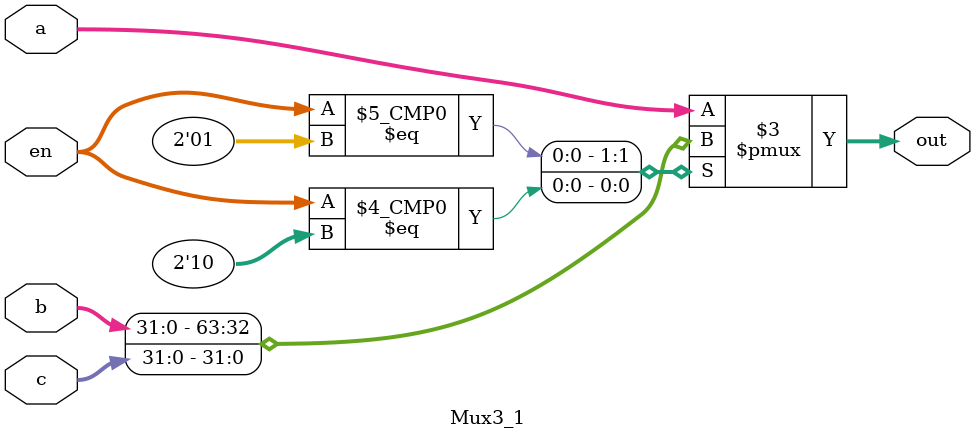
<source format=sv>
module Mux3_1(
    input  [31:0] a,
    input  [31:0] b,
    input  [31:0] c,
    input  [1:0]  en,
    output reg [31:0] out  
);

    always_comb begin : Mux3to1
        case(en)
            2'b00: out = a;    // Select a when en is 00
            2'b01: out = b;    // Select b when en is 01
            2'b10: out = c;    // Select c when en is 10
            default: out = a;  // Default to selecting a
        endcase
    end

endmodule

</source>
